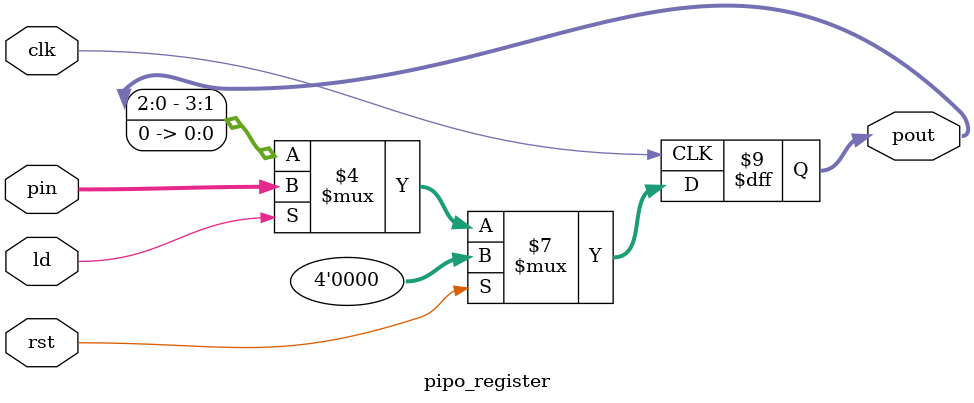
<source format=v>

module pipo_register(input clk, rst,
                     input ld,
                     input [3:0] pin,
                     output reg [3:0] pout
                     );

                     always@(posedge clk) begin
                        if(rst) 
                            pout <= 4'b0000;
                        else if(ld) 
                            pout <= pin;
                        else
                            pout <= (pout << 1);
                     end

endmodule 



</source>
